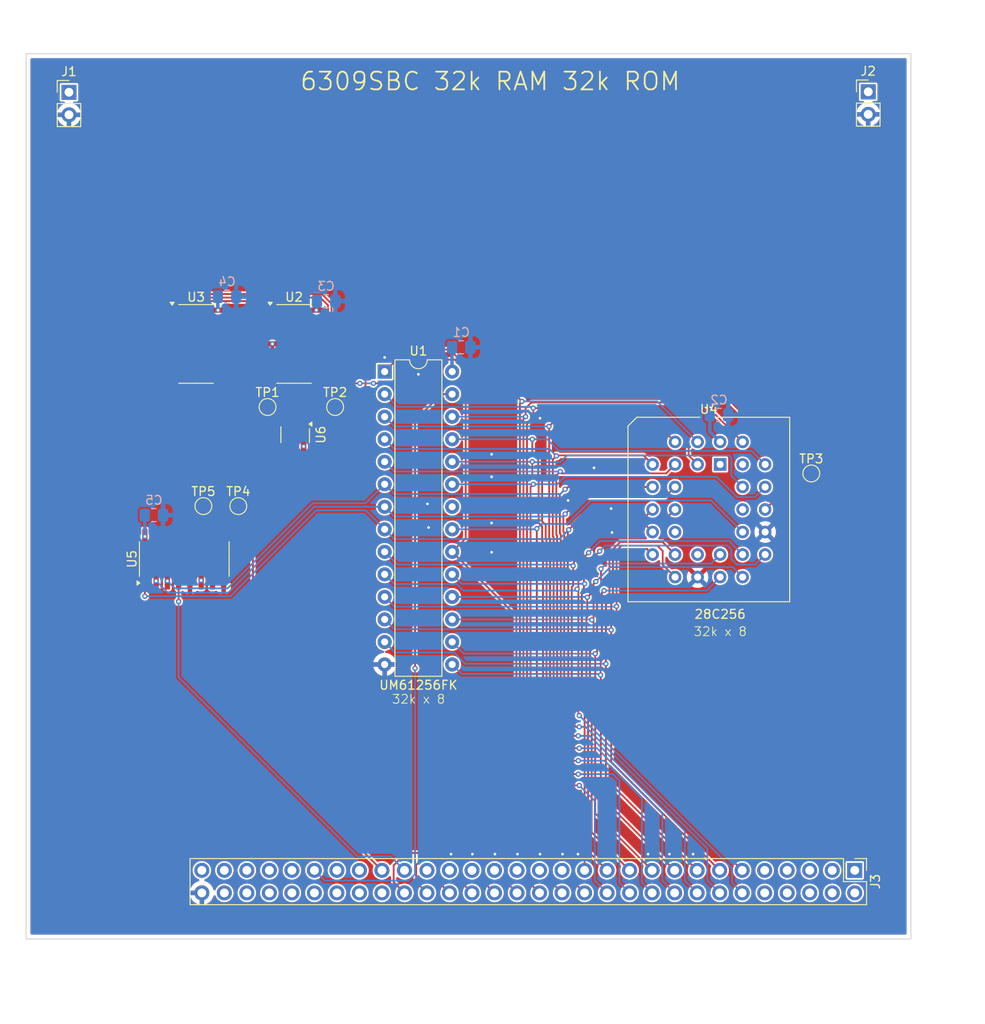
<source format=kicad_pcb>
(kicad_pcb (version 20240108) (generator "pcbnew") (generator_version "8.0")
  (layers (0 "F.Cu" signal) (1 "In1.Cu" signal) (2 "In2.Cu" signal) (31 "B.Cu" signal) (34 "B.Paste" user) (35 "F.Paste" user) (36 "B.SilkS" user "B.Silkscreen") (37 "F.SilkS" user "F.Silkscreen") (38 "B.Mask" user) (39 "F.Mask" user) (44 "Edge.Cuts" user))
  (net 0 "")
  (net 1 "GND")
  (net 2 "+5V")
  (net 3 "E")
  (net 4 "Q")
  (net 5 "Clock3")
  (net 6 "~{RESET}")
  (net 7 "R{slash}~{W}")
  (net 10 "~{HALT}")
  (net 11 "Clock24")
  (net 12 "~{FIRQ}")
  (net 13 "~{E}")
  (net 15 "BA")
  (net 17 "~{NMI}")
  (net 18 "~{Q}")
  (net 19 "Clock6")
  (net 20 "A15")
  (net 21 "~{IRQ}")
  (net 22 "BS")
  (net 23 "~{OE}")
  (net 28 "/A5")
  (net 29 "Clock12")
  (net 31 "BUSY")
  (net 32 "~{SELPF}")
  (net 33 "/A7")
  (net 34 "/D3")
  (net 35 "/A0")
  (net 36 "/D2")
  (net 37 "/D6")
  (net 38 "~{SELPH}")
  (net 39 "~{SELPB}")
  (net 40 "TSC")
  (net 41 "/A12")
  (net 42 "/A1")
  (net 43 "/D7")
  (net 44 "~{MappedMem}")
  (net 45 "~{SELPD}")
  (net 46 "/A11")
  (net 47 "/A9")
  (net 48 "/D0")
  (net 49 "/A13")
  (net 50 "/D5")
  (net 51 "~{SELPC}")
  (net 52 "~{SELPG}")
  (net 53 "/A4")
  (net 54 "/A10")
  (net 55 "AVMA")
  (net 56 "/D4")
  (net 57 "/A6")
  (net 58 "~{SELPA}")
  (net 59 "/A14")
  (net 60 "/A8")
  (net 61 "LIC")
  (net 62 "/A3")
  (net 63 "/A2")
  (net 64 "~{SELPE}")
  (net 65 "/D1")
  (net 66 "~{ROMOE}")
  (net 67 "~{SELPH3}")
  (net 68 "~{SELPH2}")
  (net 69 "~{SELPH1}")
  (net 70 "~{SELPH7}")
  (net 71 "~{SELPH6}")
  (net 72 "~{SELPH0}")
  (net 73 "~{SELPH4}")
  (net 74 "~{SELPH5}")
  (net 75 "Net-(U2-Pad10)")
  (net 76 "Net-(U2-Pad12)")
  (net 77 "Net-(U2-Pad13)")
  (net 84 "Net-(TP1-Pad1)")
  (net 85 "Net-(TP2-Pad1)")
  (footprint "TestPoint:TestPoint_Pad_D1.5mm" (layer "F.Cu") (at 127.508 84.709)
    (property "Reference" "TP1")
    (property "Value" "TestPoint_ROM")
  )
  (footprint "Connector_PinHeader_2.54mm:PinHeader_1x02_P2.54mm_Vertical" (layer "F.Cu") (at 195.2752 49.1694)
    (property "Reference" "J2")
    (property "Value" "Conn_01x02_Male")
  )
  (footprint "TestPoint:TestPoint_Pad_D1.5mm" (layer "F.Cu") (at 124.206 95.885)
    (property "Reference" "TP4")
    (property "Value" "TestPoint_Vector_H6")
  )
  (footprint "Package_TO_SOT_SMD:SOT-23-5_HandSoldering" (layer "F.Cu") (at 130.622 87.837 -90)
    (property "Reference" "U6")
    (property "Value" "74AHC1G02")
  )
  (footprint "Package_SO:SOIC-14_3.9x8.7mm_P1.27mm" (layer "F.Cu") (at 130.494 77.597)
    (property "Reference" "U2")
    (property "Value" "74HCT21")
  )
  (footprint "TestPoint:TestPoint_Pad_D1.5mm" (layer "F.Cu") (at 135.128 84.709)
    (property "Reference" "TP2")
    (property "Value" "TestPoint_Vector")
  )
  (footprint "TestPoint:TestPoint_Pad_D1.5mm" (layer "F.Cu") (at 120.269 95.885)
    (property "Reference" "TP5")
    (property "Value" "TestPoint_Vector_H7")
  )
  (footprint "Connector_PinHeader_2.54mm:PinHeader_1x02_P2.54mm_Vertical" (layer "F.Cu") (at 105.1052 49.2202)
    (property "Reference" "J1")
    (property "Value" "Conn_01x02_Male")
  )
  (footprint "Package_DIP:DIP-28_W7.62mm" (layer "F.Cu") (at 140.716 80.7212)
    (property "Reference" "U1")
    (property "Value" "UM61256FK")
  )
  (footprint "Connector_PinHeader_2.54mm:PinHeader_2x30_P2.54mm_Vertical" (layer "F.Cu") (at 193.7512 136.9568 -90)
    (property "Reference" "J3")
    (property "Value" "Conn_02x30_Odd_Even")
  )
  (footprint "Package_SO:SOIC-16_3.9x9.9mm_P1.27mm" (layer "F.Cu") (at 118.11 101.854 90)
    (property "Reference" "U5")
    (property "Value" "74HCT138")
  )
  (footprint "Package_LCC:PLCC-32_THT-Socket" (layer "F.Cu") (at 178.562 91.186)
    (property "Reference" "U4")
    (property "Value" "28C256")
  )
  (footprint "TestPoint:TestPoint_Pad_D1.5mm" (layer "F.Cu") (at 188.849 92.202)
    (property "Reference" "TP3")
    (property "Value" "TestPoint_ROM_OE")
  )
  (footprint "Package_SO:SOIC-14_3.9x8.7mm_P1.27mm" (layer "F.Cu") (at 119.442 77.597)
    (property "Reference" "U3")
    (property "Value" "74HCT04")
  )
  (footprint "Capacitor_SMD:C_0805_2012Metric_Pad1.18x1.45mm_HandSolder" (layer "B.Cu") (at 114.681 96.901 180)
    (property "Reference" "C5")
    (property "Value" "1uF")
  )
  (footprint "Capacitor_SMD:C_0805_2012Metric_Pad1.18x1.45mm_HandSolder" (layer "B.Cu") (at 134.112 72.771 180)
    (property "Reference" "C3")
    (property "Value" "1uF")
  )
  (footprint "Capacitor_SMD:C_0805_2012Metric_Pad1.18x1.45mm_HandSolder" (layer "B.Cu") (at 149.352 77.978 180)
    (property "Reference" "C1")
    (property "Value" "1uF")
  )
  (footprint "Capacitor_SMD:C_0805_2012Metric_Pad1.18x1.45mm_HandSolder" (layer "B.Cu") (at 178.435 85.598 180)
    (property "Reference" "C2")
    (property "Value" "1uF")
  )
  (footprint "Capacitor_SMD:C_0805_2012Metric_Pad1.18x1.45mm_HandSolder" (layer "B.Cu") (at 122.936 72.263 180)
    (property "Reference" "C4")
    (property "Value" "1uF")
  )
  (gr_rect (start 100.2665 44.878625) (end 200.0885 144.700625) (stroke (width 0.1)) (fill none) (layer "Edge.Cuts"))
  (gr_text "32k x 8" (at 175.514 110.617 0) (layer "F.SilkS") (effects (font (size 1 1) (thickness 0.1)) (justify left bottom)))
  (gr_text "6309SBC 32k RAM 32k ROM" (at 131.064 49.149 0) (layer "F.SilkS") (effects (font (size 2 2) (thickness 0.2)) (justify left bottom)))
  (gr_text "32k x 8" (at 141.478 118.237 0) (layer "F.SilkS") (effects (font (size 1 1) (thickness 0.1)) (justify left bottom)))
  (via (at 152.781 90.043) (size 0.6) (drill 0.3) (layers "F.Cu" "B.Cu") (net 1))
  (via (at 162.525 135.128) (size 0.6) (drill 0.3) (layers "F.Cu" "B.Cu") (net 1))
  (via (at 145.669 98.298) (size 0.6) (drill 0.3) (layers "F.Cu" "B.Cu") (net 1))
  (via (at 140.716 79.121) (size 0.6) (drill 0.3) (layers "F.Cu" "B.Cu") (net 1))
  (via (at 158.242 135.128) (size 0.6) (drill 0.3) (layers "F.Cu" "B.Cu") (net 1))
  (via (at 160.782 135.128) (size 0.6) (drill 0.3) (layers "F.Cu" "B.Cu") (net 1))
  (via (at 150.622 135.128) (size 0.6) (drill 0.3) (layers "F.Cu" "B.Cu") (net 1))
  (via (at 170.434 135.128) (size 0.6) (drill 0.3) (layers "F.Cu" "B.Cu") (net 1))
  (via (at 166.37 98.8568) (size 0.6) (drill 0.3) (layers "F.Cu" "B.Cu") (net 1))
  (via (at 152.781 92.583) (size 0.6) (drill 0.3) (layers "F.Cu" "B.Cu") (net 1))
  (via (at 152.781 97.79) (size 0.6) (drill 0.3) (layers "F.Cu" "B.Cu") (net 1))
  (via (at 161.417 95.25) (size 0.6) (drill 0.3) (layers "F.Cu" "B.Cu") (net 1))
  (via (at 166.2684 96.1644) (size 0.6) (drill 0.3) (layers "F.Cu" "B.Cu") (net 1))
  (via (at 164.338 91.567) (size 0.6) (drill 0.3) (layers "F.Cu" "B.Cu") (net 1))
  (via (at 153.162 135.128) (size 0.6) (drill 0.3) (layers "F.Cu" "B.Cu") (net 1))
  (via (at 175.514 135.128) (size 0.6) (drill 0.3) (layers "F.Cu" "B.Cu") (net 1))
  (via (at 172.847 135.128) (size 0.6) (drill 0.3) (layers "F.Cu" "B.Cu") (net 1))
  (via (at 145.542 95.631) (size 0.6) (drill 0.3) (layers "F.Cu" "B.Cu") (net 1))
  (via (at 155.702 135.128) (size 0.6) (drill 0.3) (layers "F.Cu" "B.Cu") (net 1))
  (via (at 152.781 101.092) (size 0.6) (drill 0.3) (layers "F.Cu" "B.Cu") (net 1))
  (via (at 144.526 81.026) (size 0.6) (drill 0.3) (layers "F.Cu" "B.Cu") (net 1))
  (via (at 158.242 85.979) (size 0.6) (drill 0.3) (layers "F.Cu" "B.Cu") (net 1))
  (via (at 148.209 135.128) (size 0.6) (drill 0.3) (layers "F.Cu" "B.Cu") (net 1))
  (segment (start 128.019 77.597) (end 128.0595 77.597) (width 0.4) (layer "F.Cu") (net 2))
  (segment (start 128.0595 77.597) (end 128.019 78.867) (width 0.4) (layer "F.Cu") (net 2))
  (via (at 133.0125 73.787) (size 0.6) (drill 0.3) (layers "F.Cu" "B.Cu") (net 2))
  (via (at 131.572 89.154) (size 0.6) (drill 0.3) (layers "F.Cu" "B.Cu") (net 2))
  (via (at 128.0595 77.597) (size 0.6) (drill 0.3) (layers "F.Cu" "B.Cu") (net 2))
  (via (at 120.015 104.267) (size 0.6) (drill 0.3) (layers "F.Cu" "B.Cu") (net 2))
  (via (at 113.665 99.314) (size 0.6) (drill 0.3) (layers "F.Cu" "B.Cu") (net 2))
  (via (at 121.92 73.787) (size 0.6) (drill 0.3) (layers "F.Cu" "B.Cu") (net 2))
  (segment (start 148.3145 77.978) (end 148.3145 80.6997) (width 0.4) (layer "B.Cu") (net 2))
  (segment (start 177.3975 87.4815) (end 177.3975 85.598) (width 0.4) (layer "B.Cu") (net 2))
  (segment (start 178.562 88.646) (end 177.3975 87.4815) (width 0.4) (layer "B.Cu") (net 2))
  (segment (start 121.8985 73.7655) (end 121.92 73.787) (width 0.4) (layer "B.Cu") (net 2))
  (segment (start 113.665 96.9225) (end 113.6435 96.901) (width 0.4) (layer "B.Cu") (net 2))
  (segment (start 132.991 73.7655) (end 133.0125 73.787) (width 0.2) (layer "B.Cu") (net 2))
  (segment (start 133.0745 72.771) (end 133.0745 73.725) (width 0.4) (layer "B.Cu") (net 2))
  (segment (start 133.0745 73.725) (end 133.0125 73.787) (width 0.4) (layer "B.Cu") (net 2))
  (segment (start 148.3145 80.6997) (end 148.336 80.7212) (width 0.4) (layer "B.Cu") (net 2))
  (segment (start 121.8985 72.263) (end 121.8985 73.7655) (width 0.4) (layer "B.Cu") (net 2))
  (segment (start 113.665 99.314) (end 113.665 96.9225) (width 0.4) (layer "B.Cu") (net 2))
  (segment (start 147.1168 83.2612) (end 148.336 83.2612) (width 0.2) (layer "F.Cu") (net 7))
  (segment (start 144.145 86.233) (end 147.1168 83.2612) (width 0.2) (layer "F.Cu") (net 7))
  (segment (start 144.145 114.173) (end 144.145 86.233) (width 0.2) (layer "F.Cu") (net 7))
  (via (at 144.145 114.173) (size 0.6) (drill 0.3) (layers "F.Cu" "B.Cu") (net 7))
  (segment (start 144.145 137.389346) (end 143.427546 138.1068) (width 0.2) (layer "B.Cu") (net 7))
  (segment (start 144.145 114.173) (end 144.145 137.389346) (width 0.2) (layer "B.Cu") (net 7))
  (segment (start 143.427546 138.1068) (end 133.9412 138.1068) (width 0.2) (layer "B.Cu") (net 7))
  (segment (start 133.9412 138.1068) (end 132.7912 136.9568) (width 0.2) (layer "B.Cu") (net 7))
  (segment (start 136.144 82.042) (end 134.239 80.137) (width 0.2) (layer "F.Cu") (net 20))
  (segment (start 155.575 108.2802) (end 148.336 101.0412) (width 0.2) (layer "F.Cu") (net 20))
  (segment (start 146.084886 135.001) (end 155.575 125.510886) (width 0.2) (layer "F.Cu") (net 20))
  (segment (start 149.86 98.171) (end 149.86 83.229565) (width 0.2) (layer "F.Cu") (net 20))
  (segment (start 129.921 74.295) (end 129.921 78.867) (width 0.2) (layer "F.Cu") (net 20))
  (segment (start 149.86 99.5172) (end 149.86 98.171) (width 0.2) (layer "F.Cu") (net 20))
  (segment (start 134.239 80.137) (end 132.969 80.137) (width 0.2) (layer "F.Cu") (net 20))
  (segment (start 128.019 73.787) (end 129.413 73.787) (width 0.2) (layer "F.Cu") (net 20))
  (segment (start 141.732 136.398) (end 143.129 135.001) (width 0.2) (layer "F.Cu") (net 20))
  (segment (start 149.86 83.229565) (end 148.672435 82.042) (width 0.2) (layer "F.Cu") (net 20))
  (segment (start 142.9512 139.4968) (end 141.732 138.2776) (width 0.2) (layer "F.Cu") (net 20))
  (segment (start 129.921 78.867) (end 131.191 80.137) (width 0.2) (layer "F.Cu") (net 20))
  (segment (start 129.413 73.787) (end 129.921 74.295) (width 0.2) (layer "F.Cu") (net 20))
  (segment (start 148.336 101.0412) (end 149.86 99.5172) (width 0.2) (layer "F.Cu") (net 20))
  (segment (start 148.672435 82.042) (end 139.446 82.042) (width 0.2) (layer "F.Cu") (net 20))
  (segment (start 137.922 82.042) (end 136.144 82.042) (width 0.2) (layer "F.Cu") (net 20))
  (segment (start 141.732 138.2776) (end 141.732 136.398) (width 0.2) (layer "F.Cu") (net 20))
  (segment (start 143.129 135.001) (end 146.084886 135.001) (width 0.2) (layer "F.Cu") (net 20))
  (segment (start 155.575 125.510886) (end 155.575 108.2802) (width 0.2) (layer "F.Cu") (net 20))
  (segment (start 131.191 80.137) (end 132.969 80.137) (width 0.2) (layer "F.Cu") (net 20))
  (via (at 139.446 82.042) (size 0.6) (drill 0.3) (layers "F.Cu" "B.Cu") (net 20))
  (via (at 137.922 82.042) (size 0.6) (drill 0.3) (layers "F.Cu" "B.Cu") (net 20))
  (segment (start 137.922 82.042) (end 139.446 82.042) (width 0.2) (layer "B.Cu") (net 20))
  (segment (start 160.528 91.983) (end 160.7422 92.1972) (width 0.2) (layer "F.Cu") (net 28))
  (segment (start 162.56 126.111) (end 161.7345 126.111) (width 0.2) (layer "F.Cu") (net 28))
  (segment (start 160.083 92.428) (end 160.528 91.983) (width 0.2) (layer "F.Cu") (net 28))
  (segment (start 160.083 99.131899) (end 160.083 92.428) (width 0.2) (layer "F.Cu") (net 28))
  (segment (start 160.179 124.5555) (end 160.179 99.227899) (width 0.2) (layer "F.Cu") (net 28))
  (segment (start 172.4708 92.1972) (end 173.482 91.186) (width 0.2) (layer "F.Cu") (net 28))
  (segment (start 161.7345 126.111) (end 160.179 124.5555) (width 0.2) (layer "F.Cu") (net 28))
  (segment (start 160.7422 92.1972) (end 172.4708 92.1972) (width 0.2) (layer "F.Cu") (net 28))
  (segment (start 160.179 99.227899) (end 160.083 99.131899) (width 0.2) (layer "F.Cu") (net 28))
  (via (at 160.528 91.983) (size 0.6) (drill 0.3) (layers "F.Cu" "B.Cu") (net 28))
  (via (at 162.56 126.111) (size 0.6) (drill 0.3) (layers "F.Cu" "B.Cu") (net 28))
  (segment (start 160.528 91.983) (end 141.8178 91.983) (width 0.2) (layer "B.Cu") (net 28))
  (segment (start 166.463316 126.111) (end 162.56 126.111) (width 0.2) (layer "B.Cu") (net 28))
  (segment (start 167.2012 126.848884) (end 166.463316 126.111) (width 0.2) (layer "B.Cu") (net 28))
  (segment (start 167.2012 138.3468) (end 167.2012 126.848884) (width 0.2) (layer "B.Cu") (net 28))
  (segment (start 168.3512 139.4968) (end 167.2012 138.3468) (width 0.2) (layer "B.Cu") (net 28))
  (segment (start 141.8178 91.983) (end 140.716 90.8812) (width 0.2) (layer "B.Cu") (net 28))
  (segment (start 159.283 99.463269) (end 159.379 99.55927) (width 0.2) (layer "F.Cu") (net 33))
  (segment (start 159.379 99.55927) (end 159.379 125.400686) (width 0.2) (layer "F.Cu") (net 33))
  (segment (start 171.196 86.36) (end 173.482 88.646) (width 0.2) (layer "F.Cu") (net 33))
  (segment (start 161.925 127.946686) (end 161.925 138.1506) (width 0.2) (layer "F.Cu") (net 33))
  (segment (start 159.379 125.400686) (end 161.925 127.946686) (width 0.2) (layer "F.Cu") (net 33))
  (segment (start 161.925 138.1506) (end 163.2712 139.4968) (width 0.2) (layer "F.Cu") (net 33))
  (segment (start 159.7992 86.36) (end 171.196 86.36) (width 0.2) (layer "F.Cu") (net 33))
  (segment (start 159.258 86.9012) (end 159.283 86.9262) (width 0.2) (layer "F.Cu") (net 33))
  (segment (start 159.258 86.9012) (end 159.7992 86.36) (width 0.2) (layer "F.Cu") (net 33))
  (segment (start 159.283 86.9262) (end 159.283 99.463269) (width 0.2) (layer "F.Cu") (net 33))
  (via (at 159.258 86.9012) (size 0.6) (drill 0.3) (layers "F.Cu" "B.Cu") (net 33))
  (segment (start 159.258 86.9012) (end 141.816 86.9012) (width 0.2) (layer "B.Cu") (net 33))
  (segment (start 141.816 86.9012) (end 140.716 85.8012) (width 0.2) (layer "B.Cu") (net 33))
  (segment (start 165.478 105.41) (end 165.227 105.661) (width 0.2) (layer "F.Cu") (net 34))
  (segment (start 165.227 105.661) (end 165.227 113.267471) (width 0.2) (layer "F.Cu") (net 34))
  (segment (start 165.227 113.267471) (end 165.078 113.416471) (width 0.2) (layer "F.Cu") (net 34))
  (segment (start 165.078 114.935) (end 165.1 114.957) (width 0.2) (layer "F.Cu") (net 34))
  (segment (start 165.1 128.6256) (end 173.4312 136.9568) (width 0.2) (layer "F.Cu") (net 34))
  (segment (start 165.078 113.416471) (end 165.078 114.935) (width 0.2) (layer "F.Cu") (net 34))
  (segment (start 165.1 114.957) (end 165.1 128.6256) (width 0.2) (layer "F.Cu") (net 34))
  (via (at 165.478 105.41) (size 0.6) (drill 0.3) (layers "F.Cu" "B.Cu") (net 34))
  (via (at 165.078 114.935) (size 0.6) (drill 0.3) (layers "F.Cu" "B.Cu") (net 34))
  (segment (start 165.478 105.41) (end 177.038 105.41) (width 0.2) (layer "B.Cu") (net 34))
  (segment (start 149.4028 114.808) (end 148.336 113.7412) (width 0.2) (layer "B.Cu") (net 34))
  (segment (start 164.951 114.808) (end 149.4028 114.808) (width 0.2) (layer "B.Cu") (net 34))
  (segment (start 165.078 114.935) (end 164.951 114.808) (width 0.2) (layer "B.Cu") (net 34))
  (segment (start 177.038 105.41) (end 178.562 103.886) (width 0.2) (layer "B.Cu") (net 34))
  (segment (start 170.072 97.936) (end 170.942 98.806) (width 0.2) (layer "F.Cu") (net 35))
  (segment (start 162.579 105.095016) (end 162.579 99.2442) (width 0.2) (layer "F.Cu") (net 35))
  (segment (start 163.8872 97.936) (end 170.072 97.936) (width 0.2) (layer "F.Cu") (net 35))
  (segment (start 162.426625 105.247391) (end 162.579 105.095016) (width 0.2) (layer "F.Cu") (net 35))
  (segment (start 162.569999 119.405799) (end 162.6712 119.507) (width 0.2) (layer "F.Cu") (net 35))
  (segment (start 162.569999 105.390765) (end 162.569999 119.405799) (width 0.2) (layer "F.Cu") (net 35))
  (segment (start 162.426625 105.247391) (end 162.569999 105.390765) (width 0.2) (layer "F.Cu") (net 35))
  (segment (start 162.579 99.2442) (end 163.8872 97.936) (width 0.2) (layer "F.Cu") (net 35))
  (via (at 162.6712 119.507) (size 0.6) (drill 0.3) (layers "F.Cu" "B.Cu") (net 35))
  (via (at 162.426625 105.247391) (size 0.6) (drill 0.3) (layers "F.Cu" "B.Cu") (net 35))
  (segment (start 162.687746 119.507) (end 162.6712 119.507) (width 0.2) (layer "B.Cu") (net 35))
  (segment (start 148.870314 104.6812) (end 141.816 104.6812) (width 0.2) (layer "B.Cu") (net 35))
  (segment (start 149.599114 105.41) (end 148.870314 104.6812) (width 0.2) (layer "B.Cu") (net 35))
  (segment (start 162.426625 105.247391) (end 162.264016 105.41) (width 0.2) (layer "B.Cu") (net 35))
  (segment (start 181.0512 139.4968) (end 179.9012 138.3468) (width 0.2) (layer "B.Cu") (net 35))
  (segment (start 162.264016 105.41) (end 149.599114 105.41) (width 0.2) (layer "B.Cu") (net 35))
  (segment (start 179.9012 138.3468) (end 179.9012 136.720454) (width 0.2) (layer "B.Cu") (net 35))
  (segment (start 179.9012 136.720454) (end 162.687746 119.507) (width 0.2) (layer "B.Cu") (net 35))
  (segment (start 141.816 104.6812) (end 140.716 103.5812) (width 0.2) (layer "B.Cu") (net 35))
  (segment (start 165.678 126.6636) (end 175.9712 136.9568) (width 0.2) (layer "F.Cu") (net 36))
  (segment (start 172.0708 99.9348) (end 173.482 101.346) (width 0.2) (layer "F.Cu") (net 36))
  (segment (start 165.678 106.973785) (end 166.078 106.573785) (width 0.2) (layer "F.Cu") (net 36))
  (segment (start 166.078 101.14163) (end 167.284829 99.9348) (width 0.2) (layer "F.Cu") (net 36))
  (segment (start 165.678 113.665) (end 165.678 106.973785) (width 0.2) (layer "F.Cu") (net 36))
  (segment (start 166.078 106.573785) (end 166.078 101.14163) (width 0.2) (layer "F.Cu") (net 36))
  (segment (start 167.284829 99.9348) (end 172.0708 99.9348) (width 0.2) (layer "F.Cu") (net 36))
  (segment (start 165.678 113.665) (end 165.678 126.6636) (width 0.2) (layer "F.Cu") (net 36))
  (via (at 165.678 113.665) (size 0.6) (drill 0.3) (layers "F.Cu" "B.Cu") (net 36))
  (segment (start 148.545435 112.395) (end 141.9098 112.395) (width 0.2) (layer "B.Cu") (net 36))
  (segment (start 149.815435 113.665) (end 148.545435 112.395) (width 0.2) (layer "B.Cu") (net 36))
  (segment (start 141.9098 112.395) (end 140.716 111.2012) (width 0.2) (layer "B.Cu") (net 36))
  (segment (start 165.678 113.665) (end 149.815435 113.665) (width 0.2) (layer "B.Cu") (net 36))
  (segment (start 163.884 105.864) (end 163.884 103.919764) (width 0.2) (layer "F.Cu") (net 37))
  (segment (start 163.576 108.371471) (end 163.478 108.469471) (width 0.2) (layer "F.Cu") (net 37))
  (segment (start 163.595 103.630764) (end 163.595 102.343) (width 0.2) (layer "F.Cu") (net 37))
  (segment (start 163.6712 119.092788) (end 163.6712 134.8168) (width 0.2) (layer "F.Cu") (net 37))
  (segment (start 163.884 103.919764) (end 163.595 103.630764) (width 0.2) (layer "F.Cu") (net 37))
  (segment (start 163.576 106.172) (end 163.576 108.371471) (width 0.2) (layer "F.Cu") (net 37))
  (segment (start 163.576 106.172) (end 163.884 105.864) (width 0.2) (layer "F.Cu") (net 37))
  (segment (start 163.595 102.343) (end 164.973 100.965) (width 0.2) (layer "F.Cu") (net 37))
  (segment (start 163.6712 134.8168) (end 165.8112 136.9568) (width 0.2) (layer "F.Cu") (net 37))
  (segment (start 163.478 108.469471) (end 163.478 118.899587) (width 0.2) (layer "F.Cu") (net 37))
  (segment (start 163.478 118.899587) (end 163.6712 119.092788) (width 0.2) (layer "F.Cu") (net 37))
  (via (at 163.576 106.172) (size 0.6) (drill 0.3) (layers "F.Cu" "B.Cu") (net 37))
  (via (at 164.973 100.965) (size 0.6) (drill 0.3) (layers "F.Cu" "B.Cu") (net 37))
  (segment (start 183.642 101.346) (end 182.499 102.489) (width 0.2) (layer "B.Cu") (net 37))
  (segment (start 163.576 106.172) (end 163.5252 106.1212) (width 0.2) (layer "B.Cu") (net 37))
  (segment (start 180.467 102.489) (end 179.832 101.854) (width 0.2) (layer "B.Cu") (net 37))
  (segment (start 163.5252 106.1212) (end 148.336 106.1212) (width 0.2) (layer "B.Cu") (net 37))
  (segment (start 182.499 102.489) (end 180.467 102.489) (width 0.2) (layer "B.Cu") (net 37))
  (segment (start 179.832 100.7745) (end 179.3923 100.3348) (width 0.2) (layer "B.Cu") (net 37))
  (segment (start 179.832 101.854) (end 179.832 100.7745) (width 0.2) (layer "B.Cu") (net 37))
  (segment (start 179.3923 100.3348) (end 165.6032 100.3348) (width 0.2) (layer "B.Cu") (net 37))
  (segment (start 165.6032 100.3348) (end 164.973 100.965) (width 0.2) (layer "B.Cu") (net 37))
  (segment (start 117.475 106.645) (end 117.475 104.329) (width 0.2) (layer "F.Cu") (net 38))
  (via (at 117.475 106.645) (size 0.6) (drill 0.3) (layers "F.Cu" "B.Cu") (net 38))
  (segment (start 141.3764 135.382) (end 142.9512 136.9568) (width 0.2) (layer "B.Cu") (net 38))
  (segment (start 137.668 135.382) (end 141.3764 135.382) (width 0.2) (layer "B.Cu") (net 38))
  (segment (start 117.475 106.645) (end 117.475 115.189) (width 0.2) (layer "B.Cu") (net 38))
  (segment (start 117.475 115.189) (end 137.668 135.382) (width 0.2) (layer "B.Cu") (net 38))
  (segment (start 157.48 84.836) (end 157.493 84.849) (width 0.2) (layer "F.Cu") (net 41))
  (segment (start 149.352 138.2776) (end 150.5712 139.4968) (width 0.2) (layer "F.Cu") (net 41))
  (segment (start 149.352 133.430941) (end 149.352 138.2776) (width 0.2) (layer "F.Cu") (net 41))
  (segment (start 156.775 86.6078) (end 156.775 126.007941) (width 0.2) (layer "F.Cu") (net 41))
  (segment (start 157.493 84.849) (end 157.493 85.8898) (width 0.2) (layer "F.Cu") (net 41))
  (segment (start 156.775 126.007941) (end 149.352 133.430941) (width 0.2) (layer "F.Cu") (net 41))
  (segment (start 175.0108 88.744747) (end 175.0108 90.1748) (width 0.2) (layer "F.Cu") (net 41))
  (segment (start 171.102053 84.836) (end 175.0108 88.744747) (width 0.2) (layer "F.Cu") (net 41))
  (segment (start 157.48 84.836) (end 171.102053 84.836) (width 0.2) (layer "F.Cu") (net 41))
  (segment (start 157.493 85.8898) (end 156.775 86.6078) (width 0.2) (layer "F.Cu") (net 41))
  (segment (start 175.0108 90.1748) (end 176.022 91.186) (width 0.2) (layer "F.Cu") (net 41))
  (via (at 157.48 84.836) (size 0.6) (drill 0.3) (layers "F.Cu" "B.Cu") (net 41))
  (segment (start 142.156 84.7012) (end 140.716 83.2612) (width 0.2) (layer "B.Cu") (net 41))
  (segment (start 157.3452 84.7012) (end 142.156 84.7012) (width 0.2) (layer "B.Cu") (net 41))
  (segment (start 157.48 84.836) (end 157.3452 84.7012) (width 0.2) (layer "B.Cu") (net 41))
  (segment (start 162.083 102.289) (end 162.083 98.9274) (width 0.2) (layer "F.Cu") (net 42))
  (segment (start 161.798 102.489) (end 161.852 102.489) (width 0.2) (layer "F.Cu") (net 42))
  (segment (start 161.852 102.489) (end 161.979 102.616) (width 0.2) (layer "F.Cu") (net 42))
  (segment (start 162.2981 120.777) (end 161.826625 120.305525) (width 0.2) (layer "F.Cu") (net 42))
  (segment (start 162.083 98.9274) (end 163.4744 97.536) (width 0.2) (layer "F.Cu") (net 42))
  (segment (start 163.4744 97.536) (end 172.212 97.536) (width 0.2) (layer "F.Cu") (net 42))
  (segment (start 161.979 102.393) (end 162.083 102.289) (width 0.2) (layer "F.Cu") (net 42))
  (segment (start 161.826625 104.998862) (end 161.979 104.846487) (width 0.2) (layer "F.Cu") (net 42))
  (segment (start 162.6712 120.777) (end 162.2981 120.777) (width 0.2) (layer "F.Cu") (net 42))
  (segment (start 161.826625 120.305525) (end 161.826625 104.998862) (width 0.2) (layer "F.Cu") (net 42))
  (segment (start 172.212 97.536) (end 173.482 96.266) (width 0.2) (layer "F.Cu") (net 42))
  (segment (start 161.979 104.846487) (end 161.979 102.393) (width 0.2) (layer "F.Cu") (net 42))
  (via (at 162.6712 120.777) (size 0.6) (drill 0.3) (layers "F.Cu" "B.Cu") (net 42))
  (via (at 161.979 102.616) (size 0.6) (drill 0.3) (layers "F.Cu" "B.Cu") (net 42))
  (segment (start 161.979 102.616) (end 161.852 102.489) (width 0.2) (layer "B.Cu") (net 42))
  (segment (start 178.5112 139.4968) (end 177.1212 138.1068) (width 0.2) (layer "B.Cu") (net 42))
  (segment (start 161.8442 102.4812) (end 142.156 102.4812) (width 0.2) (layer "B.Cu") (net 42))
  (segment (start 161.852 102.489) (end 161.798 102.489) (width 0.2) (layer "B.Cu") (net 42))
  (segment (start 177.1212 138.1068) (end 177.1212 134.50614) (width 0.2) (layer "B.Cu") (net 42))
  (segment (start 142.156 102.4812) (end 140.716 101.0412) (width 0.2) (layer "B.Cu") (net 42))
  (segment (start 177.1212 134.50614) (end 163.39206 120.777) (width 0.2) (layer "B.Cu") (net 42))
  (segment (start 161.979 102.616) (end 161.8442 102.4812) (width 0.2) (layer "B.Cu") (net 42))
  (segment (start 163.39206 120.777) (end 162.6712 120.777) (width 0.2) (layer "B.Cu") (net 42))
  (segment (start 163.2712 119.258474) (end 163.2712 136.9568) (width 0.2) (layer "F.Cu") (net 43))
  (segment (start 162.97 118.957273) (end 163.2712 119.258474) (width 0.2) (layer "F.Cu") (net 43))
  (segment (start 163.195 105.276842) (end 162.969999 105.501843) (width 0.2) (layer "F.Cu") (net 43))
  (segment (start 162.969999 105.501843) (end 162.97 118.957273) (width 0.2) (layer "F.Cu") (net 43))
  (segment (start 163.7284 101.1428) (end 163.195 101.6762) (width 0.2) (layer "F.Cu") (net 43))
  (segment (start 163.195 101.6762) (end 163.195 105.276842) (width 0.2) (layer "F.Cu") (net 43))
  (via (at 163.284 104.648) (size 0.6) (drill 0.3) (layers "F.Cu" "B.Cu") (net 43))
  (via (at 163.7284 101.1428) (size 0.6) (drill 0.3) (layers "F.Cu" "B.Cu") (net 43))
  (segment (start 149.4028 104.648) (end 148.336 103.5812) (width 0.2) (layer "B.Cu") (net 43))
  (segment (start 163.7284 101.1428) (end 165.0492 99.822) (width 0.2) (layer "B.Cu") (net 43))
  (segment (start 165.0492 99.822) (end 179.578 99.822) (width 0.2) (layer "B.Cu") (net 43))
  (segment (start 163.284 104.648) (end 149.4028 104.648) (width 0.2) (layer "B.Cu") (net 43))
  (segment (start 179.578 99.822) (end 181.102 101.346) (width 0.2) (layer "B.Cu") (net 43))
  (segment (start 124.148999 74.387) (end 118.583 74.387) (width 0.2) (layer "F.Cu") (net 44))
  (segment (start 140.4112 136.9568) (end 125.857 122.4026) (width 0.2) (layer "F.Cu") (net 44))
  (segment (start 125.857 76.095001) (end 124.148999 74.387) (width 0.2) (layer "F.Cu") (net 44))
  (segment (start 126.895001 75.057) (end 125.857 76.095001) (width 0.2) (layer "F.Cu") (net 44))
  (segment (start 117.983 73.787) (end 116.967 73.787) (width 0.2) (layer "F.Cu") (net 44))
  (segment (start 128.019 75.057) (end 126.895001 75.057) (width 0.2) (layer "F.Cu") (net 44))
  (segment (start 125.857 76.095001) (end 125.857 76.962501) (width 0.2) (layer "F.Cu") (net 44))
  (segment (start 118.583 74.387) (end 117.983 73.787) (width 0.2) (layer "F.Cu") (net 44))
  (segment (start 125.857 122.4026) (end 125.857 76.962501) (width 0.2) (layer "F.Cu") (net 44))
  (segment (start 151.892 138.2776) (end 153.1112 139.4968) (width 0.2) (layer "F.Cu") (net 46))
  (segment (start 157.483 93.4212) (end 157.175 93.7292) (width 0.2) (layer "F.Cu") (net 46))
  (segment (start 157.175 93.7292) (end 157.175 126.173629) (width 0.2) (layer "F.Cu") (net 46))
  (segment (start 157.175 126.173629) (end 151.892 131.456629) (width 0.2) (layer "F.Cu") (net 46))
  (segment (start 151.892 131.456629) (end 151.892 138.2776) (width 0.2) (layer "F.Cu") (net 46))
  (via (at 157.483 93.4212) (size 0.6) (drill 0.3) (layers "F.Cu" "B.Cu") (net 46))
  (segment (start 182.499 94.869) (end 183.642 93.726) (width 0.2) (layer "B.Cu") (net 46))
  (segment (start 157.483 93.4212) (end 148.336 93.4212) (width 0.2) (layer "B.Cu") (net 46))
  (segment (start 160.1978 93.4212) (end 161.036 92.583) (width 0.2) (layer "B.Cu") (net 46))
  (segment (start 157.483 93.4212) (end 160.1978 93.4212) (width 0.2) (layer "B.Cu") (net 46))
  (segment (start 178.181 92.583) (end 180.467 94.869) (width 0.2) (layer "B.Cu") (net 46))
  (segment (start 161.036 92.583) (end 178.181 92.583) (width 0.2) (layer "B.Cu") (net 46))
  (segment (start 180.467 94.869) (end 182.499 94.869) (width 0.2) (layer "B.Cu") (net 46))
  (segment (start 157.0412 138.3468) (end 158.1912 139.4968) (width 0.2) (layer "F.Cu") (net 47))
  (segment (start 158.083 97.776471) (end 158.483 98.176471) (width 0.2) (layer "F.Cu") (net 47))
  (segment (start 157.375 90.8812) (end 157.375 92.351) (width 0.2) (layer "F.Cu") (net 47))
  (segment (start 157.0412 127.4388) (end 157.0412 138.3468) (width 0.2) (layer "F.Cu") (net 47))
  (segment (start 158.483 98.176471) (end 158.483 99.794639) (width 0.2) (layer "F.Cu") (net 47))
  (segment (start 157.375 92.351) (end 158.083 93.059) (width 0.2) (layer "F.Cu") (net 47))
  (segment (start 158.579 125.901) (end 157.0412 127.4388) (width 0.2) (layer "F.Cu") (net 47))
  (segment (start 158.083 93.059) (end 158.083 97.776471) (width 0.2) (layer "F.Cu") (net 47))
  (segment (start 158.579 99.89064) (end 158.579 125.901) (width 0.2) (layer "F.Cu") (net 47))
  (segment (start 158.483 99.794639) (end 158.579 99.89064) (width 0.2) (layer "F.Cu") (net 47))
  (via (at 157.375 90.8812) (size 0.6) (drill 0.3) (layers "F.Cu" "B.Cu") (net 47))
  (segment (start 179.832 92.456) (end 181.102 93.726) (width 0.2) (layer "B.Cu") (net 47))
  (segment (start 157.375 90.8812) (end 148.336 90.8812) (width 0.2) (layer "B.Cu") (net 47))
  (segment (start 161.2852 90.1748) (end 179.5828 90.1748) (width 0.2) (layer "B.Cu") (net 47))
  (segment (start 157.375 90.8812) (end 157.4258 90.932) (width 0.2) (layer "B.Cu") (net 47))
  (segment (start 179.5828 90.1748) (end 179.832 90.424) (width 0.2) (layer "B.Cu") (net 47))
  (segment (start 157.4258 90.932) (end 160.528 90.932) (width 0.2) (layer "B.Cu") (net 47))
  (segment (start 160.528 90.932) (end 161.2852 90.1748) (width 0.2) (layer "B.Cu") (net 47))
  (segment (start 179.832 90.424) (end 179.832 92.456) (width 0.2) (layer "B.Cu") (net 47))
  (segment (start 167.6162 100.7348) (end 170.3308 100.7348) (width 0.2) (layer "F.Cu") (net 48))
  (segment (start 166.878 122.7836) (end 166.878 101.473) (width 0.2) (layer "F.Cu") (net 48))
  (segment (start 181.0512 136.9568) (end 166.878 122.7836) (width 0.2) (layer "F.Cu") (net 48))
  (segment (start 166.878 101.473) (end 167.6162 100.7348) (width 0.2) (layer "F.Cu") (net 48))
  (segment (start 170.3308 100.7348) (end 170.942 101.346) (width 0.2) (layer "F.Cu") (net 48))
  (via (at 166.878 107.188) (size 0.6) (drill 0.3) (layers "F.Cu" "B.Cu") (net 48))
  (segment (start 141.816 107.2212) (end 166.8448 107.2212) (width 0.2) (layer "B.Cu") (net 48))
  (segment (start 166.8448 107.2212) (end 166.878 107.188) (width 0.2) (layer "B.Cu") (net 48))
  (segment (start 140.716 106.1212) (end 141.816 107.2212) (width 0.2) (layer "B.Cu") (net 48))
  (segment (start 146.812 138.2776) (end 148.0312 139.4968) (width 0.2) (layer "F.Cu") (net 49))
  (segment (start 156.375 86.0426) (end 156.375 125.842256) (width 0.2) (layer "F.Cu") (net 49))
  (segment (start 156.375 125.842256) (end 146.812 135.405256) (width 0.2) (layer "F.Cu") (net 49))
  (segment (start 157.266471 84.201) (end 176.657 84.201) (width 0.2) (layer "F.Cu") (net 49))
  (segment (start 156.6164 84.851071) (end 157.266471 84.201) (width 0.2) (layer "F.Cu") (net 49))
  (segment (start 146.812 135.405256) (end 146.812 138.2776) (width 0.2) (layer "F.Cu") (net 49))
  (segment (start 156.6164 85.8012) (end 156.6164 84.851071) (width 0.2) (layer "F.Cu") (net 49))
  (segment (start 156.6164 85.8012) (end 156.375 86.0426) (width 0.2) (layer "F.Cu") (net 49))
  (segment (start 176.657 84.201) (end 181.102 88.646) (width 0.2) (layer "F.Cu") (net 49))
  (via (at 156.6164 85.8012) (size 0.6) (drill 0.3) (layers "F.Cu" "B.Cu") (net 49))
  (segment (start 156.6164 85.8012) (end 148.336 85.8012) (width 0.2) (layer "B.Cu") (net 49))
  (segment (start 164.0712 118.927102) (end 164.0712 132.6768) (width 0.2) (layer "F.Cu") (net 50))
  (segment (start 163.878 118.733902) (end 164.0712 118.927102) (width 0.2) (layer "F.Cu") (net 50))
  (segment (start 163.878 112.273471) (end 163.878 118.733902) (width 0.2) (layer "F.Cu") (net 50))
  (segment (start 164.5412 104.394) (end 164.284 104.6512) (width 0.2) (layer "F.Cu") (net 50))
  (segment (start 164.0712 132.6768) (end 168.3512 136.9568) (width 0.2) (layer "F.Cu") (net 50))
  (segment (start 164.284 104.6512) (end 164.284 111.867471) (width 0.2) (layer "F.Cu") (net 50))
  (segment (start 164.284 111.867471) (end 163.878 112.273471) (width 0.2) (layer "F.Cu") (net 50))
  (via (at 164.5412 104.394) (size 0.6) (drill 0.3) (layers "F.Cu" "B.Cu") (net 50))
  (via (at 164.084 108.712) (size 0.6) (drill 0.3) (layers "F.Cu" "B.Cu") (net 50))
  (segment (start 166.1732 102.762) (end 179.978 102.762) (width 0.2) (layer "B.Cu") (net 50))
  (segment (start 164.0332 108.6612) (end 164.084 108.712) (width 0.2) (layer "B.Cu") (net 50))
  (segment (start 179.978 102.762) (end 181.102 103.886) (width 0.2) (layer "B.Cu") (net 50))
  (segment (start 164.5412 104.394) (end 166.1732 102.762) (width 0.2) (layer "B.Cu") (net 50))
  (segment (start 148.336 108.6612) (end 164.0332 108.6612) (width 0.2) (layer "B.Cu") (net 50))
  (segment (start 160.579 99.062215) (end 160.483 98.966214) (width 0.2) (layer "F.Cu") (net 53))
  (segment (start 162.56 124.587) (end 161.671 124.587) (width 0.2) (layer "F.Cu") (net 53))
  (segment (start 161.671 124.587) (end 160.579 123.495) (width 0.2) (layer "F.Cu") (net 53))
  (segment (start 161.417 93.726) (end 170.942 93.726) (width 0.2) (layer "F.Cu") (net 53))
  (segment (start 160.483 94.5682) (end 161.0712 93.98) (width 0.2) (layer "F.Cu") (net 53))
  (segment (start 160.483 98.966214) (end 160.483 94.5682) (width 0.2) (layer "F.Cu") (net 53))
  (segment (start 160.579 123.495) (end 160.579 99.062215) (width 0.2) (layer "F.Cu") (net 53))
  (segment (start 161.163 93.98) (end 161.417 93.726) (width 0.2) (layer "F.Cu") (net 53))
  (segment (start 161.0712 93.98) (end 161.163 93.98) (width 0.2) (layer "F.Cu") (net 53))
  (via (at 161.0712 93.98) (size 0.6) (drill 0.3) (layers "F.Cu" "B.Cu") (net 53))
  (via (at 116.205 104.329) (size 0.6) (drill 0.3) (layers "F.Cu" "B.Cu") (net 53))
  (via (at 162.56 124.587) (size 0.6) (drill 0.3) (layers "F.Cu" "B.Cu") (net 53))
  (segment (start 170.8912 139.4968) (end 169.7412 138.3468) (width 0.2) (layer "B.Cu") (net 53))
  (segment (start 141.816 94.5212) (end 140.716 93.4212) (width 0.2) (layer "B.Cu") (net 53))
  (segment (start 132.600115 95.5612) (end 123.005314 105.156) (width 0.2) (layer "B.Cu") (net 53))
  (segment (start 161.0712 93.98) (end 160.53 94.5212) (width 0.2) (layer "B.Cu") (net 53))
  (segment (start 123.005314 105.156) (end 117.032 105.156) (width 0.2) (layer "B.Cu") (net 53))
  (segment (start 169.7412 128.823198) (end 165.505002 124.587) (width 0.2) (layer "B.Cu") (net 53))
  (segment (start 169.7412 138.3468) (end 169.7412 128.823198) (width 0.2) (layer "B.Cu") (net 53))
  (segment (start 140.716 93.4212) (end 138.576 95.5612) (width 0.2) (layer "B.Cu") (net 53))
  (segment (start 160.53 94.5212) (end 141.816 94.5212) (width 0.2) (layer "B.Cu") (net 53))
  (segment (start 117.032 105.156) (end 116.205 104.329) (width 0.2) (layer "B.Cu") (net 53))
  (segment (start 138.576 95.5612) (end 132.600115 95.5612) (width 0.2) (layer "B.Cu") (net 53))
  (segment (start 165.505002 124.587) (end 162.56 124.587) (width 0.2) (layer "B.Cu") (net 53))
  (segment (start 154.5012 129.413114) (end 154.5012 138.3468) (width 0.2) (layer "F.Cu") (net 54))
  (segment (start 157.883 126.031314) (end 154.5012 129.413114) (width 0.2) (layer "F.Cu") (net 54))
  (segment (start 157.883 98.425) (end 157.883 126.031314) (width 0.2) (layer "F.Cu") (net 54))
  (segment (start 154.5012 138.3468) (end 155.6512 139.4968) (width 0.2) (layer "F.Cu") (net 54))
  (via (at 157.883 98.425) (size 0.6) (drill 0.3) (layers "F.Cu" "B.Cu") (net 54))
  (segment (start 161.719729 97.501) (end 162.0712 97.149529) (width 0.2) (layer "B.Cu") (net 54))
  (segment (start 157.8068 98.5012) (end 148.336 98.5012) (width 0.2) (layer "B.Cu") (net 54))
  (segment (start 162.0712 97.1358) (end 163.957 95.25) (width 0.2) (layer "B.Cu") (net 54))
  (segment (start 161.706 97.501) (end 161.719729 97.501) (width 0.2) (layer "B.Cu") (net 54))
  (segment (start 163.957 95.25) (end 177.546 95.25) (width 0.2) (layer "B.Cu") (net 54))
  (segment (start 157.883 98.425) (end 157.8068 98.5012) (width 0.2) (layer "B.Cu") (net 54))
  (segment (start 158.421565 97.886435) (end 161.320565 97.886435) (width 0.2) (layer "B.Cu") (net 54))
  (segment (start 162.0712 97.149529) (end 162.0712 97.1358) (width 0.2) (layer "B.Cu") (net 54))
  (segment (start 157.883 98.425) (end 158.421565 97.886435) (width 0.2) (layer "B.Cu") (net 54))
  (segment (start 161.320565 97.886435) (end 161.706 97.501) (width 0.2) (layer "B.Cu") (net 54))
  (segment (start 177.546 95.25) (end 181.102 98.806) (width 0.2) (layer "B.Cu") (net 54))
  (segment (start 164.478 112.522) (end 164.4712 112.5288) (width 0.2) (layer "F.Cu") (net 56))
  (segment (start 165.120235 102.966435) (end 165.120235 104.124506) (width 0.2) (layer "F.Cu") (net 56))
  (segment (start 165.1412 104.81) (end 164.684 105.2672) (width 0.2) (layer "F.Cu") (net 56))
  (segment (start 164.684 105.2672) (end 164.684 112.316) (width 0.2) (layer "F.Cu") (net 56))
  (segment (start 164.684 112.316) (end 164.478 112.522) (width 0.2) (layer "F.Cu") (net 56))
  (segment (start 164.4712 130.5368) (end 170.8912 136.9568) (width 0.2) (layer "F.Cu") (net 56))
  (segment (start 165.120235 104.124506) (end 165.1412 104.145471) (width 0.2) (layer "F.Cu") (net 56))
  (segment (start 164.4712 112.5288) (end 164.4712 130.5368) (width 0.2) (layer "F.Cu") (net 56))
  (segment (start 165.1412 104.145471) (end 165.1412 104.81) (width 0.2) (layer "F.Cu") (net 56))
  (via (at 165.120235 102.966435) (size 0.6) (drill 0.3) (layers "F.Cu" "B.Cu") (net 56))
  (via (at 164.478 112.522) (size 0.6) (drill 0.3) (layers "F.Cu" "B.Cu") (net 56))
  (segment (start 164.478 112.522) (end 149.6568 112.522) (width 0.2) (layer "B.Cu") (net 56))
  (segment (start 165.120235 102.966435) (end 165.72467 102.362) (width 0.2) (layer "B.Cu") (net 56))
  (segment (start 177.546 102.362) (end 178.562 101.346) (width 0.2) (layer "B.Cu") (net 56))
  (segment (start 149.6568 112.522) (end 148.336 111.2012) (width 0.2) (layer "B.Cu") (net 56))
  (segment (start 165.72467 102.362) (end 177.546 102.362) (width 0.2) (layer "B.Cu") (net 56))
  (segment (start 162.6712 127.381) (end 161.925 127.381) (width 0.2) (layer "F.Cu") (net 57))
  (segment (start 160.092278 90.230523) (end 160.152801 90.17) (width 0.2) (layer "F.Cu") (net 57))
  (segment (start 169.926 90.17) (end 170.942 91.186) (width 0.2) (layer "F.Cu") (net 57))
  (segment (start 160.152801 90.17) (end 169.926 90.17) (width 0.2) (layer "F.Cu") (net 57))
  (segment (start 159.683 90.639801) (end 160.092278 90.230523) (width 0.2) (layer "F.Cu") (net 57))
  (segment (start 159.779 125.235) (end 159.779 99.393585) (width 0.2) (layer "F.Cu") (net 57))
  (segment (start 159.779 99.393585) (end 159.683 99.297584) (width 0.2) (layer "F.Cu") (net 57))
  (segment (start 161.925 127.381) (end 159.779 125.235) (width 0.2) (layer "F.Cu") (net 57))
  (segment (start 159.683 99.297584) (end 159.683 90.639801) (width 0.2) (layer "F.Cu") (net 57))
  (via (at 162.6712 127.381) (size 0.6) (drill 0.3) (layers "F.Cu" "B.Cu") (net 57))
  (via (at 160.092278 90.230523) (size 0.6) (drill 0.3) (layers "F.Cu" "B.Cu") (net 57))
  (segment (start 160.092278 90.230523) (end 159.302955 89.4412) (width 0.2) (layer "B.Cu") (net 57))
  (segment (start 159.302955 89.4412) (end 141.816 89.4412) (width 0.2) (layer "B.Cu") (net 57))
  (segment (start 165.8112 139.4968) (end 164.4212 138.1068) (width 0.2) (layer "B.Cu") (net 57))
  (segment (start 164.4212 129.131) (end 162.6712 127.381) (width 0.2) (layer "B.Cu") (net 57))
  (segment (start 164.4212 138.1068) (end 164.4212 129.131) (width 0.2) (layer "B.Cu") (net 57))
  (segment (start 141.816 89.4412) (end 140.716 88.3412) (width 0.2) (layer "B.Cu") (net 57))
  (segment (start 146.142571 135.509) (end 145.0975 135.509) (width 0.2) (layer "F.Cu") (net 59))
  (segment (start 144.272 138.2776) (end 145.4912 139.4968) (width 0.2) (layer "F.Cu") (net 59))
  (segment (start 142.0622 79.375) (end 140.716 80.7212) (width 0.2) (layer "F.Cu") (net 59))
  (segment (start 155.975 84.309) (end 155.975 125.676571) (width 0.2) (layer "F.Cu") (net 59))
  (segment (start 155.975 125.676571) (end 146.142571 135.509) (width 0.2) (layer "F.Cu") (net 59))
  (segment (start 144.272 136.3345) (end 144.272 138.2776) (width 0.2) (layer "F.Cu") (net 59))
  (segment (start 155.594 83.458) (end 152.7062 83.458) (width 0.2) (layer "F.Cu") (net 59))
  (segment (start 148.6232 79.375) (end 142.0622 79.375) (width 0.2) (layer "F.Cu") (net 59))
  (segment (start 156.21 84.074) (end 155.975 84.309) (width 0.2) (layer "F.Cu") (net 59))
  (segment (start 156.21 84.074) (end 155.594 83.458) (width 0.2) (layer "F.Cu") (net 59))
  (segment (start 145.0975 135.509) (end 144.272 136.3345) (width 0.2) (layer "F.Cu") (net 59))
  (segment (start 152.7062 83.458) (end 148.6232 79.375) (width 0.2) (layer "F.Cu") (net 59))
  (via (at 156.21 84.074) (size 0.6) (drill 0.3) (layers "F.Cu" "B.Cu") (net 59))
  (segment (start 171.45 84.074) (end 176.022 88.646) (width 0.2) (layer "B.Cu") (net 59))
  (segment (start 156.21 84.074) (end 171.45 84.074) (width 0.2) (layer "B.Cu") (net 59))
  (segment (start 158.483 97.610786) (end 158.883 98.010786) (width 0.2) (layer "F.Cu") (net 60))
  (segment (start 158.979 125.578) (end 159.5812 126.1802) (width 0.2) (layer "F.Cu") (net 60))
  (segment (start 157.375 89.8618) (end 158.0388 90.5256) (width 0.2) (layer "F.Cu") (net 60))
  (segment (start 158.883 98.010786) (end 158.883 99.628954) (width 0.2) (layer "F.Cu") (net 60))
  (segment (start 158.0388 92.449114) (end 158.483 92.893315) (width 0.2) (layer "F.Cu") (net 60))
  (segment (start 158.883 99.628954) (end 158.979 99.724955) (width 0.2) (layer "F.Cu") (net 60))
  (segment (start 159.5812 138.3468) (end 160.7312 139.4968) (width 0.2) (layer "F.Cu") (net 60))
  (segment (start 158.0388 90.5256) (end 158.0388 92.449114) (width 0.2) (layer "F.Cu") (net 60))
  (segment (start 159.5812 126.1802) (end 159.5812 138.3468) (width 0.2) (layer "F.Cu") (net 60))
  (segment (start 158.979 99.724955) (end 158.979 125.578) (width 0.2) (layer "F.Cu") (net 60))
  (segment (start 158.483 92.893315) (end 158.483 97.610786) (width 0.2) (layer "F.Cu") (net 60))
  (segment (start 157.375 88.3412) (end 157.375 89.8618) (width 0.2) (layer "F.Cu") (net 60))
  (via (at 157.375 88.3412) (size 0.6) (drill 0.3) (layers "F.Cu" "B.Cu") (net 60))
  (segment (start 157.375 88.3412) (end 159.051484 88.3412) (width 0.2) (layer "B.Cu") (net 60))
  (segment (start 159.051484 88.3412) (end 160.367484 89.6572) (width 0.2) (layer "B.Cu") (net 60))
  (segment (start 157.375 88.3412) (end 148.336 88.3412) (width 0.2) (layer "B.Cu") (net 60))
  (segment (start 182.1132 89.6572) (end 183.642 91.186) (width 0.2) (layer "B.Cu") (net 60))
  (segment (start 160.367484 89.6572) (end 182.1132 89.6572) (width 0.2) (layer "B.Cu") (net 60))
  (segment (start 160.979 98.896529) (end 160.979 122.371) (width 0.2) (layer "F.Cu") (net 62))
  (segment (start 172.339 94.869) (end 173.482 93.726) (width 0.2) (layer "F.Cu") (net 62))
  (segment (start 160.979 122.371) (end 161.798 123.19) (width 0.2) (layer "F.Cu") (net 62))
  (segment (start 161.083 96.774) (end 160.883 96.974) (width 0.2) (layer "F.Cu") (net 62))
  (segment (start 160.883 96.974) (end 160.883 98.800529) (width 0.2) (layer "F.Cu") (net 62))
  (segment (start 160.883 98.800529) (end 160.979 98.896529) (width 0.2) (layer "F.Cu") (net 62))
  (segment (start 161.083 96.774) (end 162.988 94.869) (width 0.2) (layer "F.Cu") (net 62))
  (segment (start 161.798 123.19) (end 162.6712 123.19) (width 0.2) (layer "F.Cu") (net 62))
  (segment (start 162.988 94.869) (end 172.339 94.869) (width 0.2) (layer "F.Cu") (net 62))
  (via (at 161.083 96.774) (size 0.6) (drill 0.3) (layers "F.Cu" "B.Cu") (net 62))
  (via (at 114.935 104.329) (size 0.6) (drill 0.3) (layers "F.Cu" "B.Cu") (net 62))
  (via (at 162.6712 123.19) (size 0.6) (drill 0.3) (layers "F.Cu" "B.Cu") (net 62))
  (segment (start 140.716 95.9612) (end 132.7658 95.9612) (width 0.2) (layer "B.Cu") (net 62))
  (segment (start 172.0412 138.1068) (end 172.0412 130.557512) (width 0.2) (layer "B.Cu") (net 62))
  (segment (start 172.0412 130.557512) (end 164.673688 123.19) (width 0.2) (layer "B.Cu") (net 62))
  (segment (start 132.7658 95.9612) (end 123.082 105.645) (width 0.2) (layer "B.Cu") (net 62))
  (segment (start 141.816 97.0612) (end 140.716 95.9612) (width 0.2) (layer "B.Cu") (net 62))
  (segment (start 123.082 105.645) (end 116.251 105.645) (width 0.2) (layer "B.Cu") (net 62))
  (segment (start 164.673688 123.19) (end 162.6712 123.19) (width 0.2) (layer "B.Cu") (net 62))
  (segment (start 161.083 96.774) (end 160.7958 97.0612) (width 0.2) (layer "B.Cu") (net 62))
  (segment (start 160.7958 97.0612) (end 141.816 97.0612) (width 0.2) (layer "B.Cu") (net 62))
  (segment (start 173.4312 139.4968) (end 172.0412 138.1068) (width 0.2) (layer "B.Cu") (net 62))
  (segment (start 116.251 105.645) (end 114.935 104.329) (width 0.2) (layer "B.Cu") (net 62))
  (segment (start 170.0784 97.1296) (end 170.942 96.266) (width 0.2) (layer "F.Cu") (net 63))
  (segment (start 161.483 98.552) (end 162.9054 97.1296) (width 0.2) (layer "F.Cu") (net 63))
  (segment (start 161.925 121.793) (end 161.426625 121.294625) (width 0.2) (layer "F.Cu") (net 63))
  (segment (start 161.426625 121.294625) (end 161.426625 102.912154) (width 0.2) (layer "F.Cu") (net 63))
  (segment (start 161.379 98.656) (end 161.483 98.552) (width 0.2) (layer "F.Cu") (net 63))
  (segment (start 161.379 102.864529) (end 161.379 98.656) (width 0.2) (layer "F.Cu") (net 63))
  (segment (start 161.426625 102.912154) (end 161.379 102.864529) (width 0.2) (layer "F.Cu") (net 63))
  (segment (start 162.9054 97.1296) (end 170.0784 97.1296) (width 0.2) (layer "F.Cu") (net 63))
  (segment (start 162.56 121.793) (end 161.925 121.793) (width 0.2) (layer "F.Cu") (net 63))
  (segment (start 113.665 106.045) (end 113.665 104.329) (width 0.2) (layer "F.Cu") (net 63))
  (via (at 161.483 98.552) (size 0.6) (drill 0.3) (layers "F.Cu" "B.Cu") (net 63))
  (via (at 113.665 106.045) (size 0.6) (drill 0.3) (layers "F.Cu" "B.Cu") (net 63))
  (via (at 162.56 121.793) (size 0.6) (drill 0.3) (layers "F.Cu" "B.Cu") (net 63))
  (segment (start 140.716 98.5012) (end 138.576 96.3612) (width 0.2) (layer "B.Cu") (net 63))
  (segment (start 141.816 99.6012) (end 140.716 98.5012) (width 0.2) (layer "B.Cu") (net 63))
  (segment (start 174.5812 138.1068) (end 175.9712 139.4968) (width 0.2) (layer "B.Cu") (net 63))
  (segment (start 161.483 98.552) (end 160.4338 99.6012) (width 0.2) (layer "B.Cu") (net 63))
  (segment (start 138.576 96.3612) (end 133.0008 96.3612) (width 0.2) (layer "B.Cu") (net 63))
  (segment (start 174.5812 132.531826) (end 174.5812 138.1068) (width 0.2) (layer "B.Cu") (net 63))
  (segment (start 133.0008 96.3612) (end 123.317 106.045) (width 0.2) (layer "B.Cu") (net 63))
  (segment (start 123.317 106.045) (end 113.665 106.045) (width 0.2) (layer "B.Cu") (net 63))
  (segment (start 162.56 121.793) (end 163.842374 121.793) (width 0.2) (layer "B.Cu") (net 63))
  (segment (start 160.4338 99.6012) (end 141.816 99.6012) (width 0.2) (layer "B.Cu") (net 63))
  (segment (start 163.842374 121.793) (end 174.5812 132.531826) (width 0.2) (layer "B.Cu") (net 63))
  (segment (start 178.5112 136.9568) (end 166.278 124.7236) (width 0.2) (layer "F.Cu") (net 65))
  (segment (start 166.278 106.939471) (end 166.478 106.739471) (width 0.2) (layer "F.Cu") (net 65))
  (segment (start 171.471327 100.3348) (end 172.085 100.948473) (width 0.2) (layer "F.Cu") (net 65))
  (segment (start 172.085 102.489) (end 173.482 103.886) (width 0.2) (layer "F.Cu") (net 65))
  (segment (start 167.450514 100.3348) (end 171.471327 100.3348) (width 0.2) (layer "F.Cu") (net 65))
  (segment (start 166.478 101.307315) (end 167.450514 100.3348) (width 0.2) (layer "F.Cu") (net 65))
  (segment (start 166.478 106.739471) (end 166.478 101.307315) (width 0.2) (layer "F.Cu") (net 65))
  (segment (start 172.085 100.948473) (end 172.085 102.489) (width 0.2) (layer "F.Cu") (net 65))
  (segment (start 166.278 124.7236) (end 166.278 106.939471) (width 0.2) (layer "F.Cu") (net 65))
  (via (at 166.278 109.855) (size 0.6) (drill 0.3) (layers "F.Cu" "B.Cu") (net 65))
  (segment (start 141.816 109.7612) (end 140.716 108.6612) (width 0.2) (layer "B.Cu") (net 65))
  (segment (start 166.1842 109.7612) (end 141.816 109.7612) (width 0.2) (layer "B.Cu") (net 65))
  (segment (start 166.278 109.855) (end 166.1842 109.7612) (width 0.2) (layer "B.Cu") (net 65))
  (segment (start 140.081 78.232) (end 138.557 79.756) (width 0.2) (layer "F.Cu") (net 66))
  (segment (start 185.42 94.488) (end 185.42 92.202) (width 0.2) (layer "F.Cu") (net 66))
  (segment (start 152.871885 83.058) (end 148.045885 78.232) (width 0.2) (layer "F.Cu") (net 66))
  (segment (start 188.849 92.202) (end 185.42 92.202) (width 0.2) (layer "F.Cu") (net 66))
  (segment (start 130.683 90.932) (end 129.672 89.921) (width 0.2) (layer "F.Cu") (net 66))
  (segment (start 183.642 96.266) (end 185.42 94.488) (width 0.2) (layer "F.Cu") (net 66))
  (segment (start 185.42 89.789) (end 178.689 83.058) (width 0.2) (layer "F.Cu") (net 66))
  (segment (start 185.42 92.202) (end 185.42 89.789) (width 0.2) (layer "F.Cu") (net 66))
  (segment (start 148.045885 78.232) (end 140.081 78.232) (width 0.2) (layer "F.Cu") (net 66))
  (segment (start 129.672 89.921) (end 129.672 89.187) (width 0.2) (layer "F.Cu") (net 66))
  (segment (start 134.112 90.932) (end 130.683 90.932) (width 0.2) (layer "F.Cu") (net 66))
  (segment (start 138.557 86.487) (end 134.112 90.932) (width 0.2) (layer "F.Cu") (net 66))
  (segment (start 138.557 79.756) (end 138.557 86.487) (width 0.2) (layer "F.Cu") (net 66))
  (segment (start 178.689 83.058) (end 152.871885 83.058) (width 0.2) (layer "F.Cu") (net 66))
  (segment (start 119.126 88.303686) (end 121.885 91.062686) (width 0.2) (layer "F.Cu") (net 70))
  (segment (start 121.885 95.885) (end 121.885 100.492) (width 0.2) (layer "F.Cu") (net 70))
  (segment (start 121.285 101.092) (end 121.285 104.329) (width 0.2) (layer "F.Cu") (net 70))
  (segment (start 119.126 80.051001) (end 119.126 88.303686) (width 0.2) (layer "F.Cu") (net 70))
  (segment (start 121.885 91.062686) (end 121.885 95.885) (width 0.2) (layer "F.Cu") (net 70))
  (segment (start 121.885 100.492) (end 121.285 101.092) (width 0.2) (layer "F.Cu") (net 70))
  (segment (start 120.269 95.885) (end 121.885 95.885) (width 0.2) (layer "F.Cu") (net 70))
  (segment (start 116.967 78.867) (end 117.941999 78.867) (width 0.2) (layer "F.Cu") (net 70))
  (segment (start 117.941999 78.867) (end 119.126 80.051001) (width 0.2) (layer "F.Cu") (net 70))
  (segment (start 124.206 95.885) (end 122.555 95.885) (width 0.2) (layer "F.Cu") (net 71))
  (segment (start 117.941999 76.327) (end 119.526 77.911001) (width 0.2) (layer "F.Cu") (net 71))
  (segment (start 122.555 95.885) (end 122.555 99.379) (width 0.2) (layer "F.Cu") (net 71))
  (segment (start 119.526 77.911001) (end 119.526 88.138) (width 0.2) (layer "F.Cu") (net 71))
  (segment (start 122.555 91.167) (end 122.555 95.885) (width 0.2) (layer "F.Cu") (net 71))
  (segment (start 116.967 76.327) (end 117.941999 76.327) (width 0.2) (layer "F.Cu") (net 71))
  (segment (start 119.526 88.138) (end 122.555 91.167) (width 0.2) (layer "F.Cu") (net 71))
  (segment (start 114.681 78.825999) (end 114.681 73.326076) (width 0.2) (layer "F.Cu") (net 75))
  (segment (start 134.7275 78.1245) (end 133.985 78.867) (width 0.2) (layer "F.Cu") (net 75))
  (segment (start 133.985 78.867) (end 132.969 78.867) (width 0.2) (layer "F.Cu") (net 75))
  (segment (start 116.036076 71.971) (end 133.623685 71.971) (width 0.2) (layer "F.Cu") (net 75))
  (segment (start 115.992001 80.137) (end 114.681 78.825999) (width 0.2) (layer "F.Cu") (net 75))
  (segment (start 134.7275 73.074814) (end 134.7275 78.1245) (width 0.2) (layer "F.Cu") (net 75))
  (segment (start 116.967 80.137) (end 115.992001 80.137) (width 0.2) (layer "F.Cu") (net 75))
  (segment (start 114.681 73.326076) (end 116.036076 71.971) (width 0.2) (layer "F.Cu") (net 75))
  (segment (start 133.623685 71.971) (end 134.7275 73.074814) (width 0.2) (layer "F.Cu") (net 75))
  (segment (start 115.189 73.383762) (end 115.189 76.708) (width 0.2) (layer "F.Cu") (net 76))
  (segment (start 134.3275 73.2405) (end 133.458 72.371) (width 0.2) (layer "F.Cu") (net 76))
  (segment (start 134.3275 73.2405) (end 134.3275 75.943499) (width 0.2) (layer "F.Cu") (net 76))
  (segment (start 133.943999 76.327) (end 132.969 76.327) (width 0.2) (layer "F.Cu") (net 76))
  (segment (start 116.201762 72.371) (end 115.189 73.383762) (width 0.2) (layer "F.Cu") (net 76))
  (segment (start 133.458 72.371) (end 116.201762 72.371) (width 0.2) (layer "F.Cu") (net 76))
  (segment (start 116.078 77.597) (end 116.967 77.597) (width 0.2) (layer "F.Cu") (net 76))
  (segment (start 115.189 76.708) (end 116.078 77.597) (width 0.2) (layer "F.Cu") (net 76))
  (segment (start 134.3275 75.943499) (end 133.943999 76.327) (width 0.2) (layer "F.Cu") (net 76))
  (segment (start 132.969 75.057) (end 131.826 75.057) (width 0.2) (layer "F.Cu") (net 77))
  (segment (start 116.459 75.057) (end 116.967 75.057) (width 0.2) (layer "F.Cu") (net 77))
  (segment (start 116.367448 72.771) (end 115.692 73.446448) (width 0.2) (layer "F.Cu") (net 77))
  (segment (start 129.54 72.771) (end 116.367448 72.771) (width 0.2) (layer "F.Cu") (net 77))
  (segment (start 131.826 75.057) (end 129.54 72.771) (width 0.2) (layer "F.Cu") (net 77))
  (segment (start 115.692 73.446448) (end 115.692 74.29) (width 0.2) (layer "F.Cu") (net 77))
  (segment (start 115.692 74.29) (end 116.459 75.057) (width 0.2) (layer "F.Cu") (net 77))
  (segment (start 131.572 86.487) (end 131.572 84.709) (width 0.2) (layer "F.Cu") (net 84))
  (segment (start 129.286 80.137) (end 128.019 80.137) (width 0.2) (layer "F.Cu") (net 84))
  (segment (start 131.572 84.709) (end 131.572 82.423) (width 0.2) (layer "F.Cu") (net 84))
  (segment (start 131.572 82.423) (end 129.286 80.137) (width 0.2) (layer "F.Cu") (net 84))
  (segment (start 127.508 84.709) (end 131.572 84.709) (width 0.2) (layer "F.Cu") (net 84))
  (segment (start 132.969 86.528576) (end 131.867576 87.63) (width 0.2) (layer "F.Cu") (net 85))
  (segment (start 131.867576 87.63) (end 130.985001 87.63) (width 0.2) (layer "F.Cu") (net 85))
  (segment (start 130.622 87.266999) (end 130.622 86.487) (width 0.2) (layer "F.Cu") (net 85))
  (segment (start 135.128 84.709) (end 132.969 84.709) (width 0.2) (layer "F.Cu") (net 85))
  (segment (start 132.969 81.407) (end 132.969 84.709) (width 0.2) (layer "F.Cu") (net 85))
  (segment (start 130.985001 87.63) (end 130.622 87.266999) (width 0.2) (layer "F.Cu") (net 85))
  (segment (start 132.969 84.709) (end 132.969 86.528576) (width 0.2) (layer "F.Cu") (net 85))
  (zone (net 1) (net_name "GND") (layers "F.Cu" "In1.Cu" "B.Cu") (connect_pads (clearance 0)) (min_thickness 0.254) (fill yes (thermal_gap 0.508) (thermal_bridge_width 0.508))
    (polygon (pts (xy 199.81525 144.427375) (xy 100.457 144.526) (xy 100.4824 45.212) (xy 199.7329 45.212)))
  )
)
</source>
